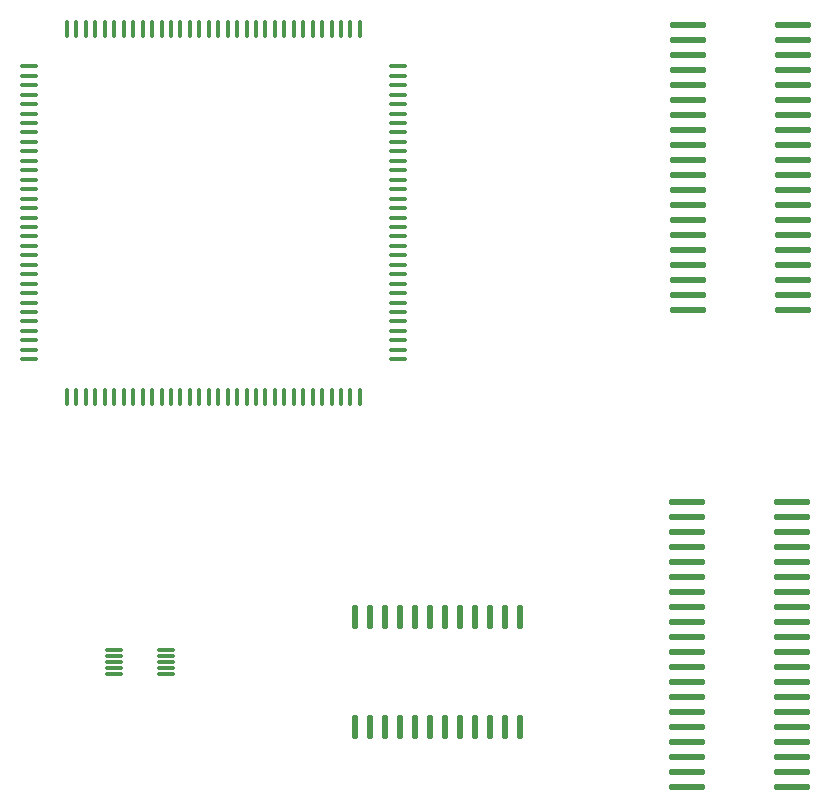
<source format=gbr>
%TF.GenerationSoftware,KiCad,Pcbnew,(6.0.0)*%
%TF.CreationDate,2022-08-25T16:51:24-03:00*%
%TF.ProjectId,BlankMSXCartHSH,426c616e-6b4d-4535-9843-617274485348,rev?*%
%TF.SameCoordinates,Original*%
%TF.FileFunction,Paste,Top*%
%TF.FilePolarity,Positive*%
%FSLAX46Y46*%
G04 Gerber Fmt 4.6, Leading zero omitted, Abs format (unit mm)*
G04 Created by KiCad (PCBNEW (6.0.0)) date 2022-08-25 16:51:24*
%MOMM*%
%LPD*%
G01*
G04 APERTURE LIST*
G04 Aperture macros list*
%AMRoundRect*
0 Rectangle with rounded corners*
0 $1 Rounding radius*
0 $2 $3 $4 $5 $6 $7 $8 $9 X,Y pos of 4 corners*
0 Add a 4 corners polygon primitive as box body*
4,1,4,$2,$3,$4,$5,$6,$7,$8,$9,$2,$3,0*
0 Add four circle primitives for the rounded corners*
1,1,$1+$1,$2,$3*
1,1,$1+$1,$4,$5*
1,1,$1+$1,$6,$7*
1,1,$1+$1,$8,$9*
0 Add four rect primitives between the rounded corners*
20,1,$1+$1,$2,$3,$4,$5,0*
20,1,$1+$1,$4,$5,$6,$7,0*
20,1,$1+$1,$6,$7,$8,$9,0*
20,1,$1+$1,$8,$9,$2,$3,0*%
G04 Aperture macros list end*
%ADD10RoundRect,0.137500X0.137500X-0.862500X0.137500X0.862500X-0.137500X0.862500X-0.137500X-0.862500X0*%
%ADD11RoundRect,0.075000X0.650000X0.075000X-0.650000X0.075000X-0.650000X-0.075000X0.650000X-0.075000X0*%
%ADD12RoundRect,0.125000X-1.374000X-0.150000X1.374000X-0.150000X1.374000X0.150000X-1.374000X0.150000X0*%
%ADD13O,0.350000X1.600000*%
%ADD14O,1.600000X0.350000*%
G04 APERTURE END LIST*
D10*
%TO.C,U5*%
X101295000Y-122170000D03*
X102565000Y-122170000D03*
X103835000Y-122170000D03*
X105105000Y-122170000D03*
X106375000Y-122170000D03*
X107645000Y-122170000D03*
X108915000Y-122170000D03*
X110185000Y-122170000D03*
X111455000Y-122170000D03*
X112725000Y-122170000D03*
X113995000Y-122170000D03*
X115265000Y-122170000D03*
X115265000Y-112870000D03*
X113995000Y-112870000D03*
X112725000Y-112870000D03*
X111455000Y-112870000D03*
X110185000Y-112870000D03*
X108915000Y-112870000D03*
X107645000Y-112870000D03*
X106375000Y-112870000D03*
X105105000Y-112870000D03*
X103835000Y-112870000D03*
X102565000Y-112870000D03*
X101295000Y-112870000D03*
%TD*%
D11*
%TO.C,U4*%
X85280000Y-117700000D03*
X85280000Y-117200000D03*
X85280000Y-116700000D03*
X85280000Y-116200000D03*
X85280000Y-115700000D03*
X80880000Y-115700000D03*
X80880000Y-116200000D03*
X80880000Y-116700000D03*
X80880000Y-117200000D03*
X80880000Y-117700000D03*
%TD*%
D12*
%TO.C,U3*%
X138315000Y-118415000D03*
X138315000Y-119685000D03*
X129425000Y-119685000D03*
X129425000Y-112065000D03*
X129425000Y-109525000D03*
X138315000Y-127305000D03*
X129425000Y-103175000D03*
X129425000Y-104445000D03*
X129425000Y-105715000D03*
X129425000Y-106985000D03*
X129425000Y-108255000D03*
X129425000Y-113335000D03*
X129425000Y-114605000D03*
X129425000Y-115875000D03*
X129425000Y-117145000D03*
X129425000Y-118415000D03*
X138315000Y-126035000D03*
X138315000Y-124765000D03*
X138315000Y-123495000D03*
X138315000Y-122225000D03*
X138315000Y-120955000D03*
X129425000Y-110795000D03*
X129425000Y-120955000D03*
X129425000Y-122225000D03*
X129425000Y-123495000D03*
X129425000Y-124765000D03*
X129425000Y-126035000D03*
X129425000Y-127305000D03*
X138315000Y-108255000D03*
X138315000Y-109525000D03*
X138315000Y-117145000D03*
X138315000Y-115875000D03*
X138315000Y-114605000D03*
X138315000Y-113335000D03*
X138315000Y-112065000D03*
X138315000Y-110795000D03*
X138315000Y-106985000D03*
X138315000Y-105715000D03*
X138315000Y-103175000D03*
X138315000Y-104445000D03*
%TD*%
%TO.C,U2*%
X138385000Y-64045000D03*
X138385000Y-62775000D03*
X138385000Y-65315000D03*
X138385000Y-66585000D03*
X138385000Y-70395000D03*
X138385000Y-71665000D03*
X138385000Y-72935000D03*
X138385000Y-74205000D03*
X138385000Y-75475000D03*
X138385000Y-76745000D03*
X138385000Y-69125000D03*
X138385000Y-67855000D03*
X129495000Y-86905000D03*
X129495000Y-85635000D03*
X129495000Y-84365000D03*
X129495000Y-83095000D03*
X129495000Y-81825000D03*
X129495000Y-80555000D03*
X129495000Y-70395000D03*
X138385000Y-80555000D03*
X138385000Y-81825000D03*
X138385000Y-83095000D03*
X138385000Y-84365000D03*
X138385000Y-85635000D03*
X129495000Y-78015000D03*
X129495000Y-76745000D03*
X129495000Y-75475000D03*
X129495000Y-74205000D03*
X129495000Y-72935000D03*
X129495000Y-67855000D03*
X129495000Y-66585000D03*
X129495000Y-65315000D03*
X129495000Y-64045000D03*
X129495000Y-62775000D03*
X138385000Y-86905000D03*
X129495000Y-69125000D03*
X129495000Y-71665000D03*
X129495000Y-79285000D03*
X138385000Y-79285000D03*
X138385000Y-78015000D03*
%TD*%
D13*
%TO.C,U1*%
X76930000Y-63050000D03*
X77730000Y-63050000D03*
X78530000Y-63050000D03*
X79330000Y-63050000D03*
X80130000Y-63050000D03*
X80930000Y-63050000D03*
X81730000Y-63050000D03*
X82530000Y-63050000D03*
X83330000Y-63050000D03*
X84130000Y-63050000D03*
X84930000Y-63050000D03*
X85730000Y-63050000D03*
X86530000Y-63050000D03*
X87330000Y-63050000D03*
X88130000Y-63050000D03*
X88930000Y-63050000D03*
X89730000Y-63050000D03*
X90530000Y-63050000D03*
X91330000Y-63050000D03*
X92130000Y-63050000D03*
X92930000Y-63050000D03*
X93730000Y-63050000D03*
X94530000Y-63050000D03*
X95330000Y-63050000D03*
X96130000Y-63050000D03*
X96930000Y-63050000D03*
X97730000Y-63050000D03*
X98530000Y-63050000D03*
X99330000Y-63050000D03*
X100130000Y-63050000D03*
X100930000Y-63050000D03*
X101730000Y-63050000D03*
D14*
X104930000Y-66250000D03*
X104930000Y-67050000D03*
X104930000Y-67850000D03*
X104930000Y-68650000D03*
X104930000Y-69450000D03*
X104930000Y-70250000D03*
X104930000Y-71050000D03*
X104930000Y-71850000D03*
X104930000Y-72650000D03*
X104930000Y-73450000D03*
X104930000Y-74250000D03*
X104930000Y-75050000D03*
X104930000Y-75850000D03*
X104930000Y-76650000D03*
X104930000Y-77450000D03*
X104930000Y-78250000D03*
X104930000Y-79050000D03*
X104930000Y-79850000D03*
X104930000Y-80650000D03*
X104930000Y-81450000D03*
X104930000Y-82250000D03*
X104930000Y-83050000D03*
X104930000Y-83850000D03*
X104930000Y-84650000D03*
X104930000Y-85450000D03*
X104930000Y-86250000D03*
X104930000Y-87050000D03*
X104930000Y-87850000D03*
X104930000Y-88650000D03*
X104930000Y-89450000D03*
X104930000Y-90250000D03*
X104930000Y-91050000D03*
D13*
X101730000Y-94250000D03*
X100930000Y-94250000D03*
X100130000Y-94250000D03*
X99330000Y-94250000D03*
X98530000Y-94250000D03*
X97730000Y-94250000D03*
X96930000Y-94250000D03*
X96130000Y-94250000D03*
X95330000Y-94250000D03*
X94530000Y-94250000D03*
X93730000Y-94250000D03*
X92930000Y-94250000D03*
X92130000Y-94250000D03*
X91330000Y-94250000D03*
X90530000Y-94250000D03*
X89730000Y-94250000D03*
X88930000Y-94250000D03*
X88130000Y-94250000D03*
X87330000Y-94250000D03*
X86530000Y-94250000D03*
X85730000Y-94250000D03*
X84930000Y-94250000D03*
X84130000Y-94250000D03*
X83330000Y-94250000D03*
X82530000Y-94250000D03*
X81730000Y-94250000D03*
X80930000Y-94250000D03*
X80130000Y-94250000D03*
X79330000Y-94250000D03*
X78530000Y-94250000D03*
X77730000Y-94250000D03*
X76930000Y-94250000D03*
D14*
X73730000Y-91050000D03*
X73730000Y-90250000D03*
X73730000Y-89450000D03*
X73730000Y-88650000D03*
X73730000Y-87850000D03*
X73730000Y-87050000D03*
X73730000Y-86250000D03*
X73730000Y-85450000D03*
X73730000Y-84650000D03*
X73730000Y-83850000D03*
X73730000Y-83050000D03*
X73730000Y-82250000D03*
X73730000Y-81450000D03*
X73730000Y-80650000D03*
X73730000Y-79850000D03*
X73730000Y-79050000D03*
X73730000Y-78250000D03*
X73730000Y-77450000D03*
X73730000Y-76650000D03*
X73730000Y-75850000D03*
X73730000Y-75050000D03*
X73730000Y-74250000D03*
X73730000Y-73450000D03*
X73730000Y-72650000D03*
X73730000Y-71850000D03*
X73730000Y-71050000D03*
X73730000Y-70250000D03*
X73730000Y-69450000D03*
X73730000Y-68650000D03*
X73730000Y-67850000D03*
X73730000Y-67050000D03*
X73730000Y-66250000D03*
%TD*%
M02*

</source>
